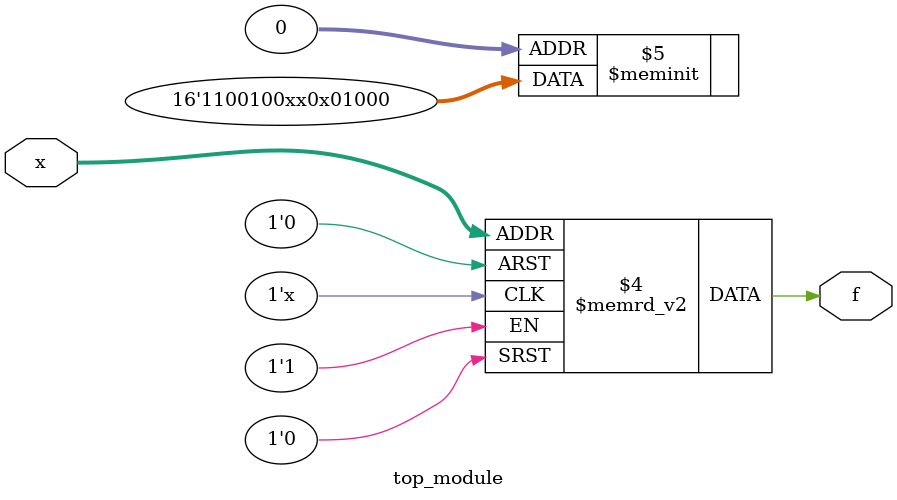
<source format=sv>
module top_module (
    input [4:1] x,
    output logic f
);

// Implementing the function f using a case statement
always_comb begin
    case(x)
        4'b0000, 4'b0001, 4'b0010, 4'b0100, 4'b0110, 4'b1001, 4'b1010, 4'b1100, 4'b1101: f = 1'b0;
        4'b0011, 4'b1110, 4'b1111, 4'b1011: f = 1'b1;
        default: f = 1'bx;
    endcase
end

endmodule

</source>
